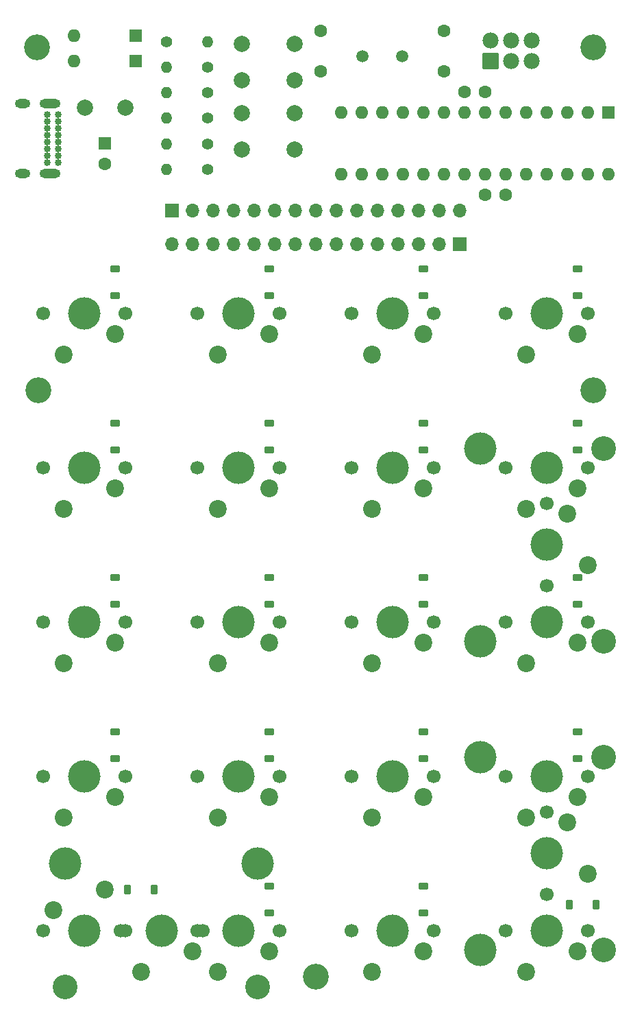
<source format=gbr>
%TF.GenerationSoftware,KiCad,Pcbnew,7.0.6*%
%TF.CreationDate,2024-02-22T13:24:58-05:00*%
%TF.ProjectId,20Key_macropad,32304b65-795f-46d6-9163-726f7061642e,rev?*%
%TF.SameCoordinates,Original*%
%TF.FileFunction,Soldermask,Bot*%
%TF.FilePolarity,Negative*%
%FSLAX46Y46*%
G04 Gerber Fmt 4.6, Leading zero omitted, Abs format (unit mm)*
G04 Created by KiCad (PCBNEW 7.0.6) date 2024-02-22 13:24:58*
%MOMM*%
%LPD*%
G01*
G04 APERTURE LIST*
G04 Aperture macros list*
%AMRoundRect*
0 Rectangle with rounded corners*
0 $1 Rounding radius*
0 $2 $3 $4 $5 $6 $7 $8 $9 X,Y pos of 4 corners*
0 Add a 4 corners polygon primitive as box body*
4,1,4,$2,$3,$4,$5,$6,$7,$8,$9,$2,$3,0*
0 Add four circle primitives for the rounded corners*
1,1,$1+$1,$2,$3*
1,1,$1+$1,$4,$5*
1,1,$1+$1,$6,$7*
1,1,$1+$1,$8,$9*
0 Add four rect primitives between the rounded corners*
20,1,$1+$1,$2,$3,$4,$5,0*
20,1,$1+$1,$4,$5,$6,$7,0*
20,1,$1+$1,$6,$7,$8,$9,0*
20,1,$1+$1,$8,$9,$2,$3,0*%
G04 Aperture macros list end*
%ADD10C,1.700000*%
%ADD11C,4.000000*%
%ADD12C,2.200000*%
%ADD13C,3.050000*%
%ADD14C,1.400000*%
%ADD15O,1.400000X1.400000*%
%ADD16C,2.000000*%
%ADD17C,0.854000*%
%ADD18O,1.904000X1.104000*%
%ADD19O,2.604000X1.104000*%
%ADD20R,1.600000X1.600000*%
%ADD21O,1.600000X1.600000*%
%ADD22C,1.600000*%
%ADD23C,3.200000*%
%ADD24R,1.700000X1.700000*%
%ADD25O,1.700000X1.700000*%
%ADD26RoundRect,0.102000X0.889000X-0.889000X0.889000X0.889000X-0.889000X0.889000X-0.889000X-0.889000X0*%
%ADD27C,1.982000*%
%ADD28C,1.500000*%
%ADD29RoundRect,0.225000X-0.375000X0.225000X-0.375000X-0.225000X0.375000X-0.225000X0.375000X0.225000X0*%
%ADD30RoundRect,0.225000X-0.225000X-0.375000X0.225000X-0.375000X0.225000X0.375000X-0.225000X0.375000X0*%
%ADD31RoundRect,0.225000X0.225000X0.375000X-0.225000X0.375000X-0.225000X-0.375000X0.225000X-0.375000X0*%
G04 APERTURE END LIST*
D10*
%TO.C,SW4*%
X172630000Y-69530000D03*
D11*
X167550000Y-69530000D03*
D10*
X162470000Y-69530000D03*
D12*
X165010000Y-74610000D03*
X171360000Y-72070000D03*
%TD*%
D10*
%TO.C,SW19*%
X153580000Y-145730000D03*
D11*
X148500000Y-145730000D03*
D10*
X143420000Y-145730000D03*
D12*
X145960000Y-150810000D03*
X152310000Y-148270000D03*
%TD*%
D10*
%TO.C,SW9*%
X115480000Y-107630000D03*
D11*
X110400000Y-107630000D03*
D10*
X105320000Y-107630000D03*
D12*
X107860000Y-112710000D03*
X114210000Y-110170000D03*
%TD*%
D10*
%TO.C,SW13*%
X115480000Y-126680000D03*
D11*
X110400000Y-126680000D03*
D10*
X105320000Y-126680000D03*
D12*
X107860000Y-131760000D03*
X114210000Y-129220000D03*
%TD*%
D10*
%TO.C,SW20*%
X172630000Y-145730000D03*
D11*
X167550000Y-145730000D03*
D10*
X162470000Y-145730000D03*
D12*
X165010000Y-150810000D03*
X171360000Y-148270000D03*
%TD*%
D10*
%TO.C,SW6*%
X134530000Y-88580000D03*
D11*
X129450000Y-88580000D03*
D10*
X124370000Y-88580000D03*
D12*
X126910000Y-93660000D03*
X133260000Y-91120000D03*
%TD*%
D10*
%TO.C,SW7*%
X153580000Y-88580000D03*
D11*
X148500000Y-88580000D03*
D10*
X143420000Y-88580000D03*
D12*
X145960000Y-93660000D03*
X152310000Y-91120000D03*
%TD*%
D10*
%TO.C,SW3*%
X153580000Y-69530000D03*
D11*
X148500000Y-69530000D03*
D10*
X143420000Y-69530000D03*
D12*
X145960000Y-74610000D03*
X152310000Y-72070000D03*
%TD*%
D10*
%TO.C,SW12*%
X172630000Y-107630000D03*
D11*
X167550000Y-107630000D03*
D10*
X162470000Y-107630000D03*
D12*
X165010000Y-112710000D03*
X171360000Y-110170000D03*
%TD*%
D10*
%TO.C,SW18*%
X134530000Y-145730000D03*
D11*
X129450000Y-145730000D03*
D10*
X124370000Y-145730000D03*
D12*
X126910000Y-150810000D03*
X133260000Y-148270000D03*
%TD*%
D10*
%TO.C,SW11*%
X153580000Y-107630000D03*
D11*
X148500000Y-107630000D03*
D10*
X143420000Y-107630000D03*
D12*
X145960000Y-112710000D03*
X152310000Y-110170000D03*
%TD*%
D10*
%TO.C,SW15*%
X153580000Y-126680000D03*
D11*
X148500000Y-126680000D03*
D10*
X143420000Y-126680000D03*
D12*
X145960000Y-131760000D03*
X152310000Y-129220000D03*
%TD*%
D10*
%TO.C,SW14*%
X134530000Y-126680000D03*
D11*
X129450000Y-126680000D03*
D10*
X124370000Y-126680000D03*
D12*
X126910000Y-131760000D03*
X133260000Y-129220000D03*
%TD*%
D10*
%TO.C,SW10*%
X134530000Y-107630000D03*
D11*
X129450000Y-107630000D03*
D10*
X124370000Y-107630000D03*
D12*
X126910000Y-112710000D03*
X133260000Y-110170000D03*
%TD*%
D10*
%TO.C,SW16*%
X172630000Y-126680000D03*
D11*
X167550000Y-126680000D03*
D10*
X162470000Y-126680000D03*
D12*
X165010000Y-131760000D03*
X171360000Y-129220000D03*
%TD*%
D10*
%TO.C,SW17*%
X105320000Y-145730000D03*
D11*
X110400000Y-145730000D03*
D10*
X115480000Y-145730000D03*
D12*
X112940000Y-140650000D03*
X106590000Y-143190000D03*
%TD*%
D10*
%TO.C,SW1*%
X115480000Y-69530000D03*
D11*
X110400000Y-69530000D03*
D10*
X105320000Y-69530000D03*
D12*
X107860000Y-74610000D03*
X114210000Y-72070000D03*
%TD*%
D10*
%TO.C,SW2*%
X134530000Y-69530000D03*
D11*
X129450000Y-69530000D03*
D10*
X124370000Y-69530000D03*
D12*
X126910000Y-74610000D03*
X133260000Y-72070000D03*
%TD*%
D10*
%TO.C,SW8*%
X172630000Y-88580000D03*
D11*
X167550000Y-88580000D03*
D10*
X162470000Y-88580000D03*
D12*
X165010000Y-93660000D03*
X171360000Y-91120000D03*
%TD*%
D10*
%TO.C,SW5*%
X115480000Y-88580000D03*
D11*
X110400000Y-88580000D03*
D10*
X105320000Y-88580000D03*
D12*
X107860000Y-93660000D03*
X114210000Y-91120000D03*
%TD*%
D13*
%TO.C,SW8*%
X174550000Y-86205000D03*
D11*
X159310000Y-86205000D03*
D10*
X167550000Y-93025000D03*
D11*
X167550000Y-98105000D03*
D10*
X167550000Y-103185000D03*
D13*
X174550000Y-110005000D03*
D11*
X159310000Y-110005000D03*
D12*
X172630000Y-100645000D03*
X170090000Y-94295000D03*
%TD*%
D13*
%TO.C,SW18*%
X131825000Y-152730000D03*
D11*
X131825000Y-137490000D03*
D10*
X125005000Y-145730000D03*
D11*
X119925000Y-145730000D03*
D10*
X114845000Y-145730000D03*
D13*
X108025000Y-152730000D03*
D11*
X108025000Y-137490000D03*
D12*
X117385000Y-150810000D03*
X123735000Y-148270000D03*
%TD*%
D13*
%TO.C,SW16*%
X174550000Y-124305000D03*
D11*
X159310000Y-124305000D03*
D10*
X167550000Y-131125000D03*
D11*
X167550000Y-136205000D03*
D10*
X167550000Y-141285000D03*
D13*
X174550000Y-148105000D03*
D11*
X159310000Y-148105000D03*
D12*
X172630000Y-138745000D03*
X170090000Y-132395000D03*
%TD*%
D14*
%TO.C,R3*%
X125640000Y-42300000D03*
D15*
X120560000Y-42300000D03*
%TD*%
D16*
%TO.C,BOOT1*%
X129871052Y-36283872D03*
X136371052Y-36283872D03*
X129871052Y-40783872D03*
X136371052Y-40783872D03*
%TD*%
D17*
%TO.C,J1*%
X107140000Y-44965000D03*
X107140000Y-45815000D03*
X107140000Y-46665000D03*
X107140000Y-47515000D03*
X107140000Y-48365000D03*
X107140000Y-49215000D03*
X107140000Y-50065000D03*
X107140000Y-50915000D03*
X105790000Y-50915000D03*
X105790000Y-50065000D03*
X105790000Y-49215000D03*
X105790000Y-48365000D03*
X105790000Y-47515000D03*
X105790000Y-46665000D03*
X105790000Y-45815000D03*
X105790000Y-44965000D03*
D18*
X102780000Y-43615000D03*
X102780000Y-52265000D03*
D19*
X106160000Y-43615000D03*
X106160000Y-52265000D03*
%TD*%
D20*
%TO.C,D21*%
X116750000Y-35240000D03*
D21*
X109130000Y-35240000D03*
%TD*%
D22*
%TO.C,C5*%
X159950000Y-54925000D03*
X162450000Y-54925000D03*
%TD*%
D14*
%TO.C,R5*%
X125640000Y-48600000D03*
D15*
X120560000Y-48600000D03*
%TD*%
D20*
%TO.C,C4*%
X112940000Y-48575000D03*
D22*
X112940000Y-51075000D03*
%TD*%
D23*
%TO.C,REF\u002A\u002A*%
X138975000Y-151445000D03*
%TD*%
D14*
%TO.C,R6*%
X125640000Y-51750000D03*
D15*
X120560000Y-51750000D03*
%TD*%
D22*
%TO.C,C3*%
X159910000Y-42225000D03*
X157410000Y-42225000D03*
%TD*%
D14*
%TO.C,R2*%
X125640000Y-39150000D03*
D15*
X120560000Y-39150000D03*
%TD*%
D16*
%TO.C,RESET1*%
X129871052Y-44833872D03*
X136371052Y-44833872D03*
X129871052Y-49333872D03*
X136371052Y-49333872D03*
%TD*%
D20*
%TO.C,D22*%
X116750000Y-38415000D03*
D21*
X109130000Y-38415000D03*
%TD*%
D16*
%TO.C,F1*%
X115440000Y-44130000D03*
X110440000Y-44130000D03*
%TD*%
D24*
%TO.C,J3*%
X156755000Y-61021000D03*
D25*
X154215000Y-61021000D03*
X151675000Y-61021000D03*
X149135000Y-61021000D03*
X146595000Y-61021000D03*
X144055000Y-61021000D03*
X141515000Y-61021000D03*
X138975000Y-61021000D03*
X136435000Y-61021000D03*
X133895000Y-61021000D03*
X131355000Y-61021000D03*
X128815000Y-61021000D03*
X126275000Y-61021000D03*
X123735000Y-61021000D03*
X121195000Y-61021000D03*
%TD*%
D20*
%TO.C,U1*%
X175160000Y-44765000D03*
D21*
X172620000Y-44765000D03*
X170080000Y-44765000D03*
X167540000Y-44765000D03*
X165000000Y-44765000D03*
X162460000Y-44765000D03*
X159920000Y-44765000D03*
X157380000Y-44765000D03*
X154840000Y-44765000D03*
X152300000Y-44765000D03*
X149760000Y-44765000D03*
X147220000Y-44765000D03*
X144680000Y-44765000D03*
X142140000Y-44765000D03*
X142140000Y-52385000D03*
X144680000Y-52385000D03*
X147220000Y-52385000D03*
X149760000Y-52385000D03*
X152300000Y-52385000D03*
X154840000Y-52385000D03*
X157380000Y-52385000D03*
X159920000Y-52385000D03*
X162460000Y-52385000D03*
X165000000Y-52385000D03*
X167540000Y-52385000D03*
X170080000Y-52385000D03*
X172620000Y-52385000D03*
X175160000Y-52385000D03*
%TD*%
D22*
%TO.C,C2*%
X139610000Y-39645000D03*
X139610000Y-34645000D03*
%TD*%
D23*
%TO.C,REF\u002A\u002A*%
X173265000Y-79055000D03*
%TD*%
D24*
%TO.C,J2*%
X121195000Y-56830000D03*
D25*
X123735000Y-56830000D03*
X126275000Y-56830000D03*
X128815000Y-56830000D03*
X131355000Y-56830000D03*
X133895000Y-56830000D03*
X136435000Y-56830000D03*
X138975000Y-56830000D03*
X141515000Y-56830000D03*
X144055000Y-56830000D03*
X146595000Y-56830000D03*
X149135000Y-56830000D03*
X151675000Y-56830000D03*
X154215000Y-56830000D03*
X156755000Y-56830000D03*
%TD*%
D23*
%TO.C,REF\u002A\u002A*%
X173300000Y-36730000D03*
%TD*%
D26*
%TO.C,X1*%
X160565000Y-38415000D03*
D27*
X160565000Y-35875000D03*
X163105000Y-38415000D03*
X163105000Y-35875000D03*
X165645000Y-38415000D03*
X165645000Y-35875000D03*
%TD*%
D23*
%TO.C,REF\u002A\u002A*%
X104550000Y-36730000D03*
%TD*%
D14*
%TO.C,R4*%
X125640000Y-45400000D03*
D15*
X120560000Y-45400000D03*
%TD*%
D22*
%TO.C,C1*%
X154850000Y-39645000D03*
X154850000Y-34645000D03*
%TD*%
D28*
%TO.C,Y1*%
X144780000Y-37780000D03*
X149660000Y-37780000D03*
%TD*%
D23*
%TO.C,REF\u002A\u002A*%
X104685000Y-79055000D03*
%TD*%
D14*
%TO.C,R1*%
X120560000Y-36000000D03*
D15*
X125640000Y-36000000D03*
%TD*%
D29*
%TO.C,D19*%
X152310000Y-140270000D03*
X152310000Y-143570000D03*
%TD*%
D30*
%TO.C,D20*%
X170345000Y-142555000D03*
X173645000Y-142555000D03*
%TD*%
D29*
%TO.C,D11*%
X152310000Y-102170000D03*
X152310000Y-105470000D03*
%TD*%
%TO.C,D9*%
X114210000Y-102170000D03*
X114210000Y-105470000D03*
%TD*%
%TO.C,D14*%
X133260000Y-121220000D03*
X133260000Y-124520000D03*
%TD*%
%TO.C,D16*%
X171360000Y-121220000D03*
X171360000Y-124520000D03*
%TD*%
%TO.C,D3*%
X152310000Y-64070000D03*
X152310000Y-67370000D03*
%TD*%
%TO.C,D7*%
X152310000Y-83120000D03*
X152310000Y-86420000D03*
%TD*%
%TO.C,D8*%
X171360000Y-83120000D03*
X171360000Y-86420000D03*
%TD*%
%TO.C,D15*%
X152310000Y-121220000D03*
X152310000Y-124520000D03*
%TD*%
D31*
%TO.C,D17*%
X119035000Y-140650000D03*
X115735000Y-140650000D03*
%TD*%
D29*
%TO.C,D13*%
X114210000Y-121220000D03*
X114210000Y-124520000D03*
%TD*%
%TO.C,D4*%
X171360000Y-64070000D03*
X171360000Y-67370000D03*
%TD*%
%TO.C,D5*%
X114210000Y-83120000D03*
X114210000Y-86420000D03*
%TD*%
%TO.C,D1*%
X114210000Y-64070000D03*
X114210000Y-67370000D03*
%TD*%
%TO.C,D18*%
X133260000Y-140270000D03*
X133260000Y-143570000D03*
%TD*%
%TO.C,D12*%
X171360000Y-102170000D03*
X171360000Y-105470000D03*
%TD*%
%TO.C,D2*%
X133260000Y-64070000D03*
X133260000Y-67370000D03*
%TD*%
%TO.C,D6*%
X133260000Y-83120000D03*
X133260000Y-86420000D03*
%TD*%
%TO.C,D10*%
X133260000Y-102170000D03*
X133260000Y-105470000D03*
%TD*%
M02*

</source>
